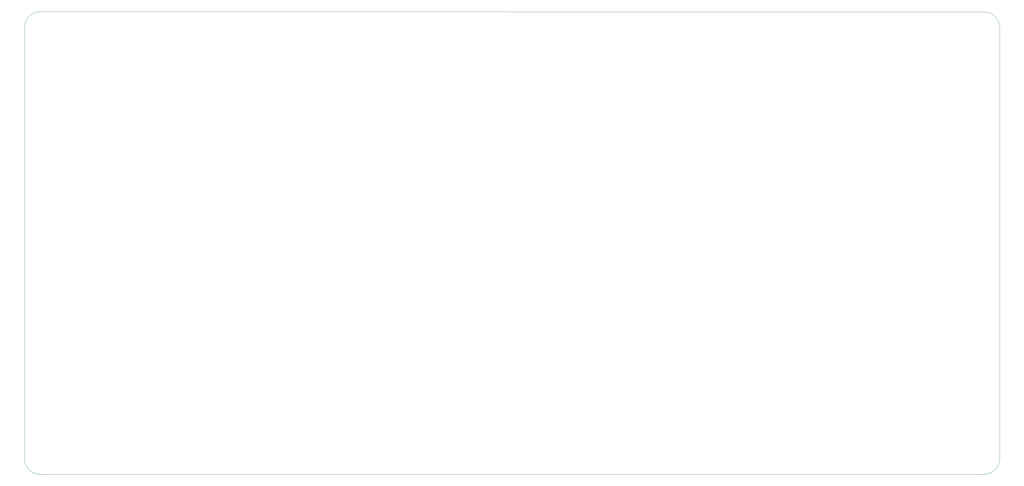
<source format=gbr>
G04 #@! TF.GenerationSoftware,KiCad,Pcbnew,7.0.1*
G04 #@! TF.CreationDate,2023-04-23T23:40:01+02:00*
G04 #@! TF.ProjectId,keyb_15x5,6b657962-5f31-4357-9835-2e6b69636164,rev?*
G04 #@! TF.SameCoordinates,Original*
G04 #@! TF.FileFunction,Profile,NP*
%FSLAX46Y46*%
G04 Gerber Fmt 4.6, Leading zero omitted, Abs format (unit mm)*
G04 Created by KiCad (PCBNEW 7.0.1) date 2023-04-23 23:40:01*
%MOMM*%
%LPD*%
G01*
G04 APERTURE LIST*
G04 #@! TA.AperFunction,Profile*
%ADD10C,0.050000*%
G04 #@! TD*
G04 APERTURE END LIST*
D10*
X362650000Y-208850000D02*
G75*
G03*
X367500000Y-204000000I0J4850000D01*
G01*
X367500000Y-204000000D02*
X367500000Y-68750000D01*
X66900000Y-208850255D02*
X362650000Y-208850000D01*
X62000000Y-204000000D02*
G75*
G03*
X66900000Y-208850255I4900000J50000D01*
G01*
X367500000Y-68750000D02*
G75*
G03*
X362700000Y-63950000I-4800000J0D01*
G01*
X362700000Y-63950000D02*
X66900000Y-63850000D01*
X62000000Y-68750000D02*
X62000000Y-204000000D01*
X66900000Y-63850000D02*
G75*
G03*
X62000000Y-68750000I0J-4900000D01*
G01*
M02*

</source>
